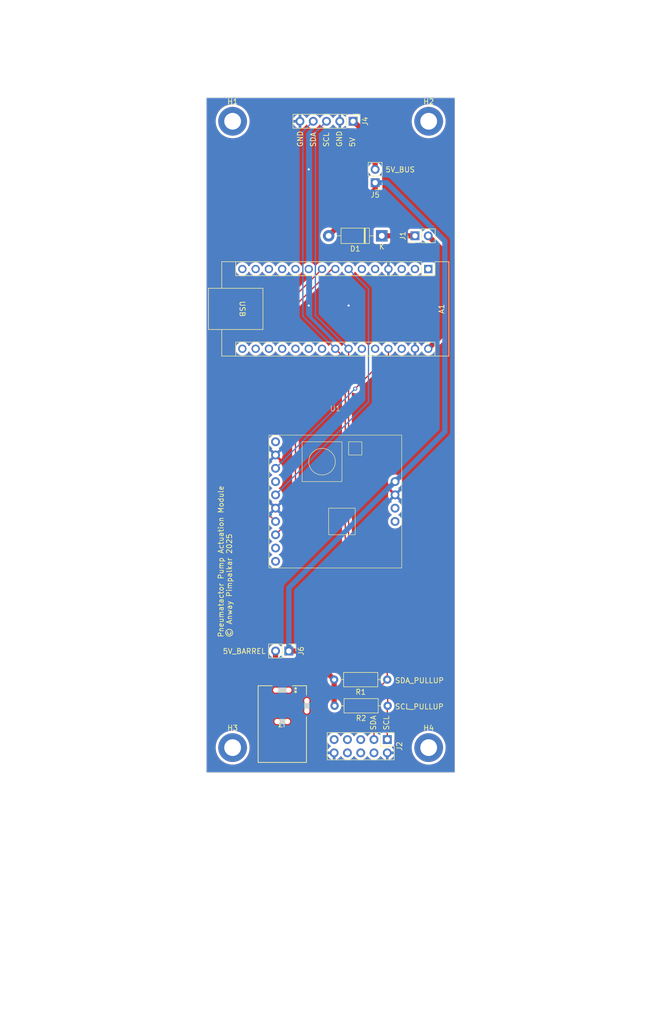
<source format=kicad_pcb>
(kicad_pcb (version 20221018) (generator pcbnew)
  (layers (0 "F.Cu" signal) (31 "B.Cu" signal) (34 "B.Paste" user) (35 "F.Paste" user) (36 "B.SilkS" user "B.Silkscreen") (37 "F.SilkS" user "F.Silkscreen") (38 "B.Mask" user) (39 "F.Mask" user) (44 "Edge.Cuts" user))
  (net 0 "")
  (net 4 "GND")
  (net 7 "EN")
  (net 8 "PWM1")
  (net 9 "PWM2")
  (net 23 "SDA")
  (net 24 "SCL")
  (net 27 "5V_NANO")
  (net 29 "Net-(A1-VIN)")
  (net 30 "Net-(D1-K)")
  (net 31 "5V")
  (net 45 "5V_BARREL")
  (net 46 "5V_BUS")
  (footprint "Diode_THT:D_DO-41_SOD81_P10.16mm_Horizontal" (layer "F.Cu") (at 66.04 57.15 180)
    (fp_text reference "D1" (at 5.08 -2.47) (layer "F.SilkS"))
    (fp_text value "1N4001")
    (fp_text user "K" (at 0 -2.1) (layer "F.SilkS"))
    (fp_line (start 1.34 0) (end 2.36 0) (stroke (width 0.12)) (layer "F.SilkS"))
    (fp_line (start 2.36 -1.47) (end 2.36 1.47) (stroke (width 0.12)) (layer "F.SilkS"))
    (fp_line (start 2.36 1.47) (end 7.8 1.47) (stroke (width 0.12)) (layer "F.SilkS"))
    (fp_line (start 3.14 -1.47) (end 3.14 1.47) (stroke (width 0.12)) (layer "F.SilkS"))
    (fp_line (start 3.26 -1.47) (end 3.26 1.47) (stroke (width 0.12)) (layer "F.SilkS"))
    (fp_line (start 3.38 -1.47) (end 3.38 1.47) (stroke (width 0.12)) (layer "F.SilkS"))
    (fp_line (start 7.8 -1.47) (end 2.36 -1.47) (stroke (width 0.12)) (layer "F.SilkS"))
    (fp_line (start 7.8 1.47) (end 7.8 -1.47) (stroke (width 0.12)) (layer "F.SilkS"))
    (fp_line (start 8.82 0) (end 7.8 0) (stroke (width 0.12)) (layer "F.SilkS"))
    (pad "1" thru_hole rect (at 0 0 180) (size 2.2 2.2) (drill 1.1) (layers "*.Cu" "*.Mask") (net 30 "Net-(D1-K)"))
    (pad "2" thru_hole oval (at 10.16 0 180) (size 2.2 2.2) (drill 1.1) (layers "*.Cu" "*.Mask") (net 31 "5V"))
  )
  (footprint "Pneumatactors:Pololu 2997 Motor Driver" (layer "F.Cu") (at 44.45 95.25)
    (fp_text reference "U1" (at 12.7 -5.08 unlocked) (layer "F.SilkS") (effects (font (thickness 0.1))))
    (fp_text value "~")
    (fp_rect (start 0 0) (end 25.4 25.4) (stroke (width 0.1)) (fill none) (layer "F.SilkS"))
    (fp_rect (start 6.35 1.27) (end 13.97 8.89) (stroke (width 0.1)) (fill none) (layer "F.SilkS"))
    (fp_rect (start 11.43 13.97) (end 16.51 19.05) (stroke (width 0.1)) (fill none) (layer "F.SilkS"))
    (fp_rect (start 15.24 1.27) (end 17.78 3.81) (stroke (width 0.1)) (fill none) (layer "F.SilkS"))
    (fp_circle (center 10.16 5.08) (end 12.7 5.08) (stroke (width 0.1)) (fill none) (layer "F.SilkS"))
    (pad "1" thru_hole circle (at 1.27 1.27) (size 1.7 1.7) (drill 1) (layers "*.Cu" "*.Mask"))
    (pad "2" thru_hole circle (at 1.27 3.81) (size 1.7 1.7) (drill 1) (layers "*.Cu" "*.Mask") (net 4 "GND"))
    (pad "3" thru_hole circle (at 1.27 6.35) (size 1.7 1.7) (drill 1) (layers "*.Cu" "*.Mask") (net 27 "5V_NANO"))
    (pad "4" thru_hole circle (at 1.27 8.89) (size 1.7 1.7) (drill 1) (layers "*.Cu" "*.Mask"))
    (pad "5" thru_hole circle (at 1.27 11.43) (size 1.7 1.7) (drill 1) (layers "*.Cu" "*.Mask") (net 7 "EN"))
    (pad "6" thru_hole circle (at 1.27 13.97) (size 1.7 1.7) (drill 1) (layers "*.Cu" "*.Mask") (net 4 "GND"))
    (pad "7" thru_hole circle (at 1.27 16.51) (size 1.7 1.7) (drill 1) (layers "*.Cu" "*.Mask") (net 9 "PWM2"))
    (pad "8" thru_hole circle (at 1.27 19.05) (size 1.7 1.7) (drill 1) (layers "*.Cu" "*.Mask") (net 8 "PWM1"))
    (pad "9" thru_hole circle (at 1.27 21.59) (size 1.7 1.7) (drill 1) (layers "*.Cu" "*.Mask"))
    (pad "10" thru_hole circle (at 1.27 24.13) (size 1.7 1.7) (drill 1) (layers "*.Cu" "*.Mask"))
    (pad "11" thru_hole circle (at 24.13 8.89) (size 1.7 1.7) (drill 1) (layers "*.Cu" "*.Mask") (net 31 "5V"))
    (pad "12" thru_hole circle (at 24.13 11.43) (size 1.7 1.7) (drill 1) (layers "*.Cu" "*.Mask") (net 4 "GND"))
    (pad "13" thru_hole circle (at 24.13 13.97) (size 1.7 1.7) (drill 1) (layers "*.Cu" "*.Mask"))
    (pad "14" thru_hole circle (at 24.13 16.51) (size 1.7 1.7) (drill 1) (layers "*.Cu" "*.Mask"))
  )
  (footprint "Pneumatactors:PJ-002A_CUD" (layer "F.Cu") (at 47.01 150.5 180)
    (fp_text reference "J3" (at 0 0 180 unlocked) (layer "F.SilkS"))
    (fp_text value "PJ-002A")
    (fp_text user "*" (at -2.54 6.4897 180 unlocked) (layer "F.SilkS"))
    (fp_text user "*" (at -2.54 6.4897) (layer "F.SilkS"))
    (fp_line (start -4.6228 -7.3279) (end -4.6228 1.409846) (stroke (width 0.1524)) (layer "F.SilkS"))
    (fp_line (start -4.6228 5.575154) (end -4.6228 7.3279) (stroke (width 0.1524)) (layer "F.SilkS"))
    (fp_line (start -4.6228 7.3279) (end -1.941574 7.3279) (stroke (width 0.1524)) (layer "F.SilkS"))
    (fp_line (start 1.941574 7.3279) (end 4.6228 7.3279) (stroke (width 0.1524)) (layer "F.SilkS"))
    (fp_line (start 4.6228 -7.3279) (end -4.6228 -7.3279) (stroke (width 0.1524)) (layer "F.SilkS"))
    (fp_line (start 4.6228 7.3279) (end 4.6228 -7.3279) (stroke (width 0.1524)) (layer "F.SilkS"))
    (fp_line (start -4.699 4.4958) (end -4.699 2.4892) (stroke (width 0.9906)) (layer "Edge.Cuts"))
    (fp_line (start -1.257311 6.4897) (end 1.257289 6.4897) (stroke (width 0.9906)) (layer "Edge.Cuts"))
    (fp_line (start -1.0033 0.4953) (end 1.0033 0.4953) (stroke (width 0.9906)) (layer "Edge.Cuts"))
    (pad "" np_thru_hole circle (at -4.699 2.4892 180) (size 0.9906 0.9906) (drill 0.9906) (layers "*.Cu" "*.Mask"))
    (pad "" np_thru_hole circle (at -4.699 4.4958 180) (size 0.9906 0.9906) (drill 0.9906) (layers "*.Cu" "*.Mask"))
    (pad "" np_thru_hole circle (at -1.257311 6.4897 180) (size 0.9906 0.9906) (drill 0.9906) (layers "*.Cu" "*.Mask"))
    (pad "" np_thru_hole circle (at -1.0033 0.4953 180) (size 0.9906 0.9906) (drill 0.9906) (layers "*.Cu" "*.Mask"))
    (pad "" np_thru_hole circle (at 1.0033 0.4953 180) (size 0.9906 0.9906) (drill 0.9906) (layers "*.Cu" "*.Mask"))
    (pad "" np_thru_hole circle (at 1.257289 6.4897 180) (size 0.9906 0.9906) (drill 0.9906) (layers "*.Cu" "*.Mask"))
    (pad "1" smd oval (at 0 6.4897 180) (size 4.0132 1.4986) (layers "F.Cu" "F.Paste" "F.Mask") (net 45 "5V_BARREL"))
    (pad "2" smd oval (at 0 0.4953 180) (size 3.5052 1.4986) (layers "F.Cu" "F.Paste" "F.Mask") (net 4 "GND"))
    (pad "3" smd oval (at -4.699 3.4925 180) (size 1.4986 3.5052) (layers "F.Cu" "F.Paste" "F.Mask"))
  )
  (footprint "MountingHole:MountingHole_3.2mm_M3_ISO14580_Pad" (layer "F.Cu") (at 75.01 35.25)
    (fp_text reference "H2" (at 0 -3.75) (layer "F.SilkS"))
    (fp_text value "MountingHole" hide)
    (pad "1" thru_hole circle (at 0 0) (size 5.5 5.5) (drill 3.2) (layers "*.Cu" "*.Mask"))
  )
  (footprint "Connector_PinHeader_2.54mm:PinHeader_2x05_P2.54mm_Vertical" (layer "F.Cu") (at 67.09 153.46 -90)
    (fp_text reference "J2" (at 1.27 -2.33 90) (layer "F.SilkS"))
    (fp_text value "Conn_02x05_Odd_Even")
    (fp_line (start -1.33 -1.33) (end 0 -1.33) (stroke (width 0.12)) (layer "F.SilkS"))
    (fp_line (start -1.33 0) (end -1.33 -1.33) (stroke (width 0.12)) (layer "F.SilkS"))
    (fp_line (start -1.33 1.27) (end -1.33 11.49) (stroke (width 0.12)) (layer "F.SilkS"))
    (fp_line (start -1.33 1.27) (end 1.27 1.27) (stroke (width 0.12)) (layer "F.SilkS"))
    (fp_line (start -1.33 11.49) (end 3.87 11.49) (stroke (width 0.12)) (layer "F.SilkS"))
    (fp_line (start 1.27 -1.33) (end 3.87 -1.33) (stroke (width 0.12)) (layer "F.SilkS"))
    (fp_line (start 1.27 1.27) (end 1.27 -1.33) (stroke (width 0.12)) (layer "F.SilkS"))
    (fp_line (start 3.87 -1.33) (end 3.87 11.49) (stroke (width 0.12)) (layer "F.SilkS"))
    (pad "1" thru_hole rect (at 0 0 270) (size 1.7 1.7) (drill 1) (layers "*.Cu" "*.Mask") (net 24 "SCL"))
    (pad "2" thru_hole oval (at 2.54 0 270) (size 1.7 1.7) (drill 1) (layers "*.Cu" "*.Mask") (net 4 "GND"))
    (pad "3" thru_hole oval (at 0 2.54 270) (size 1.7 1.7) (drill 1) (layers "*.Cu" "*.Mask") (net 23 "SDA"))
    (pad "4" thru_hole oval (at 2.54 2.54 270) (size 1.7 1.7) (drill 1) (layers "*.Cu" "*.Mask"))
    (pad "5" thru_hole oval (at 0 5.08 270) (size 1.7 1.7) (drill 1) (layers "*.Cu" "*.Mask"))
    (pad "6" thru_hole oval (at 2.54 5.08 270) (size 1.7 1.7) (drill 1) (layers "*.Cu" "*.Mask"))
    (pad "7" thru_hole oval (at 0 7.62 270) (size 1.7 1.7) (drill 1) (layers "*.Cu" "*.Mask"))
    (pad "8" thru_hole oval (at 2.54 7.62 270) (size 1.7 1.7) (drill 1) (layers "*.Cu" "*.Mask"))
    (pad "9" thru_hole oval (at 0 10.16 270) (size 1.7 1.7) (drill 1) (layers "*.Cu" "*.Mask"))
    (pad "10" thru_hole oval (at 2.54 10.16 270) (size 1.7 1.7) (drill 1) (layers "*.Cu" "*.Mask") (net 4 "GND"))
  )
  (footprint "Connector_PinHeader_2.54mm:PinHeader_1x05_P2.54mm_Vertical" (layer "F.Cu") (at 60.55 35.25 -90)
    (fp_text reference "J4" (at 0 -2.33 90) (layer "F.SilkS"))
    (fp_text value "Conn_01x05_Pin")
    (fp_line (start -1.33 -1.33) (end 0 -1.33) (stroke (width 0.12)) (layer "F.SilkS"))
    (fp_line (start -1.33 0) (end -1.33 -1.33) (stroke (width 0.12)) (layer "F.SilkS"))
    (fp_line (start -1.33 1.27) (end -1.33 11.49) (stroke (width 0.12)) (layer "F.SilkS"))
    (fp_line (start -1.33 1.27) (end 1.33 1.27) (stroke (width 0.12)) (layer "F.SilkS"))
    (fp_line (start -1.33 11.49) (end 1.33 11.49) (stroke (width 0.12)) (layer "F.SilkS"))
    (fp_line (start 1.33 1.27) (end 1.33 11.49) (stroke (width 0.12)) (layer "F.SilkS"))
    (pad "1" thru_hole rect (at 0 0 270) (size 1.7 1.7) (drill 1) (layers "*.Cu" "*.Mask") (net 46 "5V_BUS"))
    (pad "2" thru_hole oval (at 0 2.54 270) (size 1.7 1.7) (drill 1) (layers "*.Cu" "*.Mask") (net 4 "GND"))
    (pad "3" thru_hole oval (at 0 5.08 270) (size 1.7 1.7) (drill 1) (layers "*.Cu" "*.Mask") (net 24 "SCL"))
    (pad "4" thru_hole oval (at 0 7.62 270) (size 1.7 1.7) (drill 1) (layers "*.Cu" "*.Mask") (net 23 "SDA"))
    (pad "5" thru_hole oval (at 0 10.16 270) (size 1.7 1.7) (drill 1) (layers "*.Cu" "*.Mask") (net 4 "GND"))
  )
  (footprint "Connector_PinHeader_2.54mm:PinHeader_1x02_P2.54mm_Vertical" (layer "F.Cu") (at 72.39 57.15 90)
    (fp_text reference "J1" (at 0 -2.33 90) (layer "F.SilkS"))
    (fp_text value "Conn_01x02_Pin")
    (fp_line (start -1.33 -1.33) (end 0 -1.33) (stroke (width 0.12)) (layer "F.SilkS"))
    (fp_line (start -1.33 0) (end -1.33 -1.33) (stroke (width 0.12)) (layer "F.SilkS"))
    (fp_line (start -1.33 1.27) (end -1.33 3.87) (stroke (width 0.12)) (layer "F.SilkS"))
    (fp_line (start -1.33 1.27) (end 1.33 1.27) (stroke (width 0.12)) (layer "F.SilkS"))
    (fp_line (start -1.33 3.87) (end 1.33 3.87) (stroke (width 0.12)) (layer "F.SilkS"))
    (fp_line (start 1.33 1.27) (end 1.33 3.87) (stroke (width 0.12)) (layer "F.SilkS"))
    (pad "1" thru_hole rect (at 0 0 90) (size 1.7 1.7) (drill 1) (layers "*.Cu" "*.Mask") (net 30 "Net-(D1-K)"))
    (pad "2" thru_hole oval (at 0 2.54 90) (size 1.7 1.7) (drill 1) (layers "*.Cu" "*.Mask") (net 29 "Net-(A1-VIN)"))
  )
  (footprint "MountingHole:MountingHole_3.2mm_M3_ISO14580_Pad" (layer "F.Cu") (at 37.51 35.25)
    (fp_text reference "H1" (at 0 -3.75) (layer "F.SilkS"))
    (fp_text value "MountingHole")
    (pad "1" thru_hole circle (at 0 0) (size 5.5 5.5) (drill 3.2) (layers "*.Cu" "*.Mask"))
  )
  (footprint "Resistor_THT:R_Axial_DIN0207_L6.3mm_D2.5mm_P10.16mm_Horizontal" (layer "F.Cu") (at 67.09 142 180)
    (fp_text reference "R1" (at 5.08 -2.37) (layer "F.SilkS"))
    (fp_text value "R")
    (fp_line (start 1.04 0) (end 1.81 0) (stroke (width 0.12)) (layer "F.SilkS"))
    (fp_line (start 1.81 -1.37) (end 1.81 1.37) (stroke (width 0.12)) (layer "F.SilkS"))
    (fp_line (start 1.81 1.37) (end 8.35 1.37) (stroke (width 0.12)) (layer "F.SilkS"))
    (fp_line (start 8.35 -1.37) (end 1.81 -1.37) (stroke (width 0.12)) (layer "F.SilkS"))
    (fp_line (start 8.35 1.37) (end 8.35 -1.37) (stroke (width 0.12)) (layer "F.SilkS"))
    (fp_line (start 9.12 0) (end 8.35 0) (stroke (width 0.12)) (layer "F.SilkS"))
    (pad "1" thru_hole circle (at 0 0 180) (size 1.6 1.6) (drill 0.8) (layers "*.Cu" "*.Mask") (net 23 "SDA"))
    (pad "2" thru_hole oval (at 10.16 0 180) (size 1.6 1.6) (drill 0.8) (layers "*.Cu" "*.Mask") (net 31 "5V"))
  )
  (footprint "MountingHole:MountingHole_3.2mm_M3_ISO14580_Pad" (layer "F.Cu") (at 37.51 155)
    (fp_text reference "H3" (at 0 -3.75) (layer "F.SilkS"))
    (fp_text value "MountingHole")
    (pad "1" thru_hole circle (at 0 0) (size 5.5 5.5) (drill 3.2) (layers "*.Cu" "*.Mask"))
  )
  (footprint "Resistor_THT:R_Axial_DIN0207_L6.3mm_D2.5mm_P10.16mm_Horizontal" (layer "F.Cu") (at 67.17 147 180)
    (fp_text reference "R2" (at 5.08 -2.37) (layer "F.SilkS"))
    (fp_text value "R")
    (fp_line (start 1.04 0) (end 1.81 0) (stroke (width 0.12)) (layer "F.SilkS"))
    (fp_line (start 1.81 -1.37) (end 1.81 1.37) (stroke (width 0.12)) (layer "F.SilkS"))
    (fp_line (start 1.81 1.37) (end 8.35 1.37) (stroke (width 0.12)) (layer "F.SilkS"))
    (fp_line (start 8.35 -1.37) (end 1.81 -1.37) (stroke (width 0.12)) (layer "F.SilkS"))
    (fp_line (start 8.35 1.37) (end 8.35 -1.37) (stroke (width 0.12)) (layer "F.SilkS"))
    (fp_line (start 9.12 0) (end 8.35 0) (stroke (width 0.12)) (layer "F.SilkS"))
    (pad "1" thru_hole circle (at 0 0 180) (size 1.6 1.6) (drill 0.8) (layers "*.Cu" "*.Mask") (net 24 "SCL"))
    (pad "2" thru_hole oval (at 10.16 0 180) (size 1.6 1.6) (drill 0.8) (layers "*.Cu" "*.Mask") (net 31 "5V"))
  )
  (footprint "MountingHole:MountingHole_3.2mm_M3_ISO14580_Pad" (layer "F.Cu") (at 75.01 155)
    (fp_text reference "H4" (at 0 -3.75) (layer "F.SilkS"))
    (fp_text value "MountingHole")
    (pad "1" thru_hole circle (at 0 0) (size 5.5 5.5) (drill 3.2) (layers "*.Cu" "*.Mask"))
  )
  (footprint "Connector_PinHeader_2.54mm:PinHeader_1x02_P2.54mm_Vertical" (layer "F.Cu") (at 64.77 46.99 180)
    (fp_text reference "J5" (at 0 -2.33) (layer "F.SilkS"))
    (fp_text value "Conn_01x02_Pin")
    (fp_line (start -1.33 -1.33) (end 0 -1.33) (stroke (width 0.12)) (layer "F.SilkS"))
    (fp_line (start -1.33 0) (end -1.33 -1.33) (stroke (width 0.12)) (layer "F.SilkS"))
    (fp_line (start -1.33 1.27) (end -1.33 3.87) (stroke (width 0.12)) (layer "F.SilkS"))
    (fp_line (start -1.33 1.27) (end 1.33 1.27) (stroke (width 0.12)) (layer "F.SilkS"))
    (fp_line (start -1.33 3.87) (end 1.33 3.87) (stroke (width 0.12)) (layer "F.SilkS"))
    (fp_line (start 1.33 1.27) (end 1.33 3.87) (stroke (width 0.12)) (layer "F.SilkS"))
    (pad "1" thru_hole rect (at 0 0 180) (size 1.7 1.7) (drill 1) (layers "*.Cu" "*.Mask") (net 31 "5V"))
    (pad "2" thru_hole oval (at 0 2.54 180) (size 1.7 1.7) (drill 1) (layers "*.Cu" "*.Mask") (net 46 "5V_BUS"))
  )
  (footprint "Module:Arduino_Nano" (layer "F.Cu") (at 74.93 63.5 -90)
    (fp_text reference "A1" (at 7.62 -2.54 90) (layer "F.SilkS"))
    (fp_text value "Arduino_Nano_Every")
    (fp_text user "USB" (at 7.62 35.56 -90 unlocked) (layer "F.SilkS"))
    (fp_line (start -1.4 -3.94) (end -1.4 -1.27) (stroke (width 0.12)) (layer "F.SilkS"))
    (fp_line (start -1.4 1.27) (end -1.4 39.5) (stroke (width 0.12)) (layer "F.SilkS"))
    (fp_line (start -1.4 39.5) (end 3.68 39.5) (stroke (width 0.12)) (layer "F.SilkS"))
    (fp_line (start 1.27 -1.27) (end -1.4 -1.27) (stroke (width 0.12)) (layer "F.SilkS"))
    (fp_line (start 1.27 1.27) (end -1.4 1.27) (stroke (width 0.12)) (layer "F.SilkS"))
    (fp_line (start 1.27 1.27) (end 1.27 -1.27) (stroke (width 0.12)) (layer "F.SilkS"))
    (fp_line (start 1.27 1.27) (end 1.27 36.83) (stroke (width 0.12)) (layer "F.SilkS"))
    (fp_line (start 1.27 36.83) (end -1.4 36.83) (stroke (width 0.12)) (layer "F.SilkS"))
    (fp_line (start 3.68 31.62) (end 11.56 31.62) (stroke (width 0.12)) (layer "F.SilkS"))
    (fp_line (start 3.68 42.04) (end 3.68 31.62) (stroke (width 0.12)) (layer "F.SilkS"))
    (fp_line (start 11.56 31.62) (end 11.56 42.04) (stroke (width 0.12)) (layer "F.SilkS"))
    (fp_line (start 11.56 42.04) (end 3.68 42.04) (stroke (width 0.12)) (layer "F.SilkS"))
    (fp_line (start 13.97 -1.27) (end 13.97 36.83) (stroke (width 0.12)) (layer "F.SilkS"))
    (fp_line (start 13.97 -1.27) (end 16.64 -1.27) (stroke (width 0.12)) (layer "F.SilkS"))
    (fp_line (start 13.97 36.83) (end 16.64 36.83) (stroke (width 0.12)) (layer "F.SilkS"))
    (fp_line (start 16.64 -3.94) (end -1.4 -3.94) (stroke (width 0.12)) (layer "F.SilkS"))
    (fp_line (start 16.64 39.5) (end 11.56 39.5) (stroke (width 0.12)) (layer "F.SilkS"))
    (fp_line (start 16.64 39.5) (end 16.64 -3.94) (stroke (width 0.12)) (layer "F.SilkS"))
    (pad "1" thru_hole rect (at 0 0 270) (size 1.6 1.6) (drill 1) (layers "*.Cu" "*.Mask"))
    (pad "2" thru_hole oval (at 0 2.54 270) (size 1.6 1.6) (drill 1) (layers "*.Cu" "*.Mask"))
    (pad "3" thru_hole oval (at 0 5.08 270) (size 1.6 1.6) (drill 1) (layers "*.Cu" "*.Mask"))
    (pad "4" thru_hole oval (at 0 7.62 270) (size 1.6 1.6) (drill 1) (layers "*.Cu" "*.Mask") (net 4 "GND"))
    (pad "5" thru_hole oval (at 0 10.16 270) (size 1.6 1.6) (drill 1) (layers "*.Cu" "*.Mask"))
    (pad "6" thru_hole oval (at 0 12.7 270) (size 1.6 1.6) (drill 1) (layers "*.Cu" "*.Mask"))
    (pad "7" thru_hole oval (at 0 15.24 270) (size 1.6 1.6) (drill 1) (layers "*.Cu" "*.Mask") (net 7 "EN"))
    (pad "8" thru_hole oval (at 0 17.78 270) (size 1.6 1.6) (drill 1) (layers "*.Cu" "*.Mask") (net 8 "PWM1"))
    (pad "9" thru_hole oval (at 0 20.32 270) (size 1.6 1.6) (drill 1) (layers "*.Cu" "*.Mask") (net 9 "PWM2"))
    (pad "10" thru_hole oval (at 0 22.86 270) (size 1.6 1.6) (drill 1) (layers "*.Cu" "*.Mask"))
    (pad "11" thru_hole oval (at 0 25.4 270) (size 1.6 1.6) (drill 1) (layers "*.Cu" "*.Mask"))
    (pad "12" thru_hole oval (at 0 27.94 270) (size 1.6 1.6) (drill 1) (layers "*.Cu" "*.Mask"))
    (pad "13" thru_hole oval (at 0 30.48 270) (size 1.6 1.6) (drill 1) (layers "*.Cu" "*.Mask"))
    (pad "14" thru_hole oval (at 0 33.02 270) (size 1.6 1.6) (drill 1) (layers "*.Cu" "*.Mask"))
    (pad "15" thru_hole oval (at 0 35.56 270) (size 1.6 1.6) (drill 1) (layers "*.Cu" "*.Mask"))
    (pad "16" thru_hole oval (at 15.24 35.56 270) (size 1.6 1.6) (drill 1) (layers "*.Cu" "*.Mask"))
    (pad "17" thru_hole oval (at 15.24 33.02 270) (size 1.6 1.6) (drill 1) (layers "*.Cu" "*.Mask"))
    (pad "18" thru_hole oval (at 15.24 30.48 270) (size 1.6 1.6) (drill 1) (layers "*.Cu" "*.Mask"))
    (pad "19" thru_hole oval (at 15.24 27.94 270) (size 1.6 1.6) (drill 1) (layers "*.Cu" "*.Mask"))
    (pad "20" thru_hole oval (at 15.24 25.4 270) (size 1.6 1.6) (drill 1) (layers "*.Cu" "*.Mask"))
    (pad "21" thru_hole oval (at 15.24 22.86 270) (size 1.6 1.6) (drill 1) (layers "*.Cu" "*.Mask"))
    (pad "22" thru_hole oval (at 15.24 20.32 270) (size 1.6 1.6) (drill 1) (layers "*.Cu" "*.Mask"))
    (pad "23" thru_hole oval (at 15.24 17.78 270) (size 1.6 1.6) (drill 1) (layers "*.Cu" "*.Mask") (net 23 "SDA"))
    (pad "24" thru_hole oval (at 15.24 15.24 270) (size 1.6 1.6) (drill 1) (layers "*.Cu" "*.Mask") (net 24 "SCL"))
    (pad "25" thru_hole oval (at 15.24 12.7 270) (size 1.6 1.6) (drill 1) (layers "*.Cu" "*.Mask"))
    (pad "26" thru_hole oval (at 15.24 10.16 270) (size 1.6 1.6) (drill 1) (layers "*.Cu" "*.Mask"))
    (pad "27" thru_hole oval (at 15.24 7.62 270) (size 1.6 1.6) (drill 1) (layers "*.Cu" "*.Mask") (net 27 "5V_NANO"))
    (pad "28" thru_hole oval (at 15.24 5.08 270) (size 1.6 1.6) (drill 1) (layers "*.Cu" "*.Mask"))
    (pad "29" thru_hole oval (at 15.24 2.54 270) (size 1.6 1.6) (drill 1) (layers "*.Cu" "*.Mask") (net 4 "GND"))
    (pad "30" thru_hole oval (at 15.24 0 270) (size 1.6 1.6) (drill 1) (layers "*.Cu" "*.Mask") (net 29 "Net-(A1-VIN)"))
  )
  (footprint "Connector_PinHeader_2.54mm:PinHeader_1x02_P2.54mm_Vertical" (layer "F.Cu") (at 48.265 136.525 -90)
    (fp_text reference "J6" (at 0 -2.33 90) (layer "F.SilkS"))
    (fp_text value "Conn_01x02_Pin")
    (fp_line (start -1.33 -1.33) (end 0 -1.33) (stroke (width 0.12)) (layer "F.SilkS"))
    (fp_line (start -1.33 0) (end -1.33 -1.33) (stroke (width 0.12)) (layer "F.SilkS"))
    (fp_line (start -1.33 1.27) (end -1.33 3.87) (stroke (width 0.12)) (layer "F.SilkS"))
    (fp_line (start -1.33 1.27) (end 1.33 1.27) (stroke (width 0.12)) (layer "F.SilkS"))
    (fp_line (start -1.33 3.87) (end 1.33 3.87) (stroke (width 0.12)) (layer "F.SilkS"))
    (fp_line (start 1.33 1.27) (end 1.33 3.87) (stroke (width 0.12)) (layer "F.SilkS"))
    (pad "1" thru_hole rect (at 0 0 270) (size 1.7 1.7) (drill 1) (layers "*.Cu" "*.Mask") (net 31 "5V"))
    (pad "2" thru_hole oval (at 0 2.54 270) (size 1.7 1.7) (drill 1) (layers "*.Cu" "*.Mask") (net 45 "5V_BARREL"))
  )
  (gr_rect (start 32.51 30.75) (end 80.01 159.75) (stroke (width 0.1)) (fill none) (layer "Edge.Cuts"))
  (gr_text "SDA" (at 65.01 151.75 90) (layer "F.SilkS") (effects (font (size 1 1)) (justify left bottom)))
  (gr_text "GND" (at 58.51 40.25 90) (layer "F.SilkS") (effects (font (size 1 1)) (justify left bottom)))
  (gr_text "Pneumatactor Pump Actuation Module\n© Anway Pimpalkar 2025" (at 37.465 133.985 90) (layer "F.SilkS") (effects (font (size 1 1)) (justify left bottom)))
  (gr_text "5V_BUS" (at 66.675 45.085) (layer "F.SilkS") (effects (font (size 1 1)) (justify left bottom)))
  (gr_text "SCL" (at 67.51 151.75 90) (layer "F.SilkS") (effects (font (size 1 1)) (justify left bottom)))
  (gr_text "5V_BARREL" (at 35.56 137.16) (layer "F.SilkS") (effects (font (size 1 1)) (justify left bottom)))
  (gr_text "SDA_PULLUP" (at 68.51 142.75) (layer "F.SilkS") (effects (font (size 1 1)) (justify left bottom)))
  (gr_text "GND" (at 51.01 40.25 90) (layer "F.SilkS") (effects (font (size 1 1)) (justify left bottom)))
  (gr_text "SCL" (at 56.01 40.25 90) (layer "F.SilkS") (effects (font (size 1 1)) (justify left bottom)))
  (gr_text "SDA" (at 53.51 40.25 90) (layer "F.SilkS") (effects (font (size 1 1)) (justify left bottom)))
  (gr_text "SCL_PULLUP" (at 68.51 147.75) (layer "F.SilkS") (effects (font (size 1 1)) (justify left bottom)))
  (gr_text "5V" (at 61.01 40.25 90) (layer "F.SilkS") (effects (font (size 1 1)) (justify left bottom)))
  (via (at 52.07 44.45) (size 0.8) (drill 0.4) (layers "F.Cu" "B.Cu") (net 4))
  (via (at 52.07 70.485) (size 0.8) (drill 0.4) (layers "F.Cu" "B.Cu") (net 4))
  (via (at 59.69 70.485) (size 0.8) (drill 0.4) (layers "F.Cu" "B.Cu") (net 4))
  (segment (start 63.5 67.31) (end 63.5 88.9) (width 0.25) (layer "B.Cu") (net 7))
  (segment (start 63.5 88.9) (end 45.72 106.68) (width 0.25) (layer "B.Cu") (net 7))
  (segment (start 59.69 63.5) (end 63.5 67.31) (width 0.25) (layer "B.Cu") (net 7))
  (segment (start 56.515 63.5) (end 46.99 73.025) (width 0.25) (layer "F.Cu") (net 8))
  (segment (start 57.15 63.5) (end 56.515 63.5) (width 0.25) (layer "F.Cu") (net 8))
  (segment (start 49.53 94.615) (end 49.53 110.49) (width 0.25) (layer "F.Cu") (net 8))
  (segment (start 49.53 110.49) (end 45.72 114.3) (width 0.25) (layer "F.Cu") (net 8))
  (segment (start 35.56 80.645) (end 49.53 94.615) (width 0.25) (layer "F.Cu") (net 8))
  (segment (start 38.735 73.025) (end 35.56 76.2) (width 0.25) (layer "F.Cu") (net 8))
  (segment (start 46.99 73.025) (end 38.735 73.025) (width 0.25) (layer "F.Cu") (net 8))
  (segment (start 35.56 76.2) (end 35.56 80.645) (width 0.25) (layer "F.Cu") (net 8))
  (segment (start 41.91 87.631396) (end 41.91 107.95) (width 0.25) (layer "F.Cu") (net 9))
  (segment (start 41.91 107.95) (end 45.72 111.76) (width 0.25) (layer "F.Cu") (net 9))
  (segment (start 35.11 80.831396) (end 41.91 87.631396) (width 0.25) (layer "F.Cu") (net 9))
  (segment (start 35.11 76.013604) (end 35.11 80.831396) (width 0.25) (layer "F.Cu") (net 9))
  (segment (start 54.61 63.5) (end 45.535 72.575) (width 0.25) (layer "F.Cu") (net 9))
  (segment (start 45.535 72.575) (end 38.548604 72.575) (width 0.25) (layer "F.Cu") (net 9))
  (segment (start 38.548604 72.575) (end 35.11 76.013604) (width 0.25) (layer "F.Cu") (net 9))
  (segment (start 67.09 142) (end 64.55 144.54) (width 0.25) (layer "F.Cu") (net 23))
  (segment (start 67.09 140.75) (end 67.09 142) (width 0.25) (layer "F.Cu") (net 23))
  (segment (start 64.55 144.54) (end 64.55 153.46) (width 0.25) (layer "F.Cu") (net 23))
  (segment (start 59.055 80.645) (end 59.055 132.715) (width 0.25) (layer "F.Cu") (net 23))
  (segment (start 57.15 78.74) (end 59.055 80.645) (width 0.25) (layer "F.Cu") (net 23))
  (segment (start 59.055 132.715) (end 67.09 140.75) (width 0.25) (layer "F.Cu") (net 23))
  (segment (start 50.945 37.235) (end 50.945 72.535) (width 0.25) (layer "B.Cu") (net 23))
  (segment (start 52.93 35.25) (end 50.945 37.235) (width 0.25) (layer "B.Cu") (net 23))
  (segment (start 50.945 72.535) (end 57.15 78.74) (width 0.25) (layer "B.Cu") (net 23))
  (segment (start 67.09 153.46) (end 67.09 147.08) (width 0.25) (layer "F.Cu") (net 24))
  (segment (start 68.58 142.875) (end 68.58 140.97) (width 0.25) (layer "F.Cu") (net 24))
  (segment (start 68.58 140.97) (end 59.69 132.08) (width 0.25) (layer "F.Cu") (net 24))
  (segment (start 67.09 147.08) (end 67.17 147) (width 0.25) (layer "F.Cu") (net 24))
  (segment (start 67.17 147) (end 67.17 144.285) (width 0.25) (layer "F.Cu") (net 24))
  (segment (start 67.17 144.285) (end 68.58 142.875) (width 0.25) (layer "F.Cu") (net 24))
  (segment (start 59.69 132.08) (end 59.69 78.74) (width 0.25) (layer "F.Cu") (net 24))
  (segment (start 55.47 35.25) (end 53.34 37.38) (width 0.25) (layer "B.Cu") (net 24))
  (segment (start 54.745 35.975) (end 55.47 35.25) (width 0.25) (layer "B.Cu") (net 24))
  (segment (start 53.34 72.39) (end 59.69 78.74) (width 0.25) (layer "B.Cu") (net 24))
  (segment (start 53.34 37.38) (end 53.34 72.39) (width 0.25) (layer "B.Cu") (net 24))
  (segment (start 67.31 78.74) (end 67.31 80.01) (width 0.25) (layer "F.Cu") (net 27))
  (segment (start 67.31 80.01) (end 60.96 86.36) (width 0.25) (layer "F.Cu") (net 27))
  (via (at 60.96 86.36) (size 0.8) (drill 0.4) (layers "F.Cu" "B.Cu") (net 27))
  (segment (start 60.96 86.36) (end 45.72 101.6) (width 0.25) (layer "B.Cu") (net 27))
  (segment (start 77.47 59.69) (end 77.47 76.2) (width 1) (layer "F.Cu") (net 29))
  (segment (start 74.93 57.15) (end 77.47 59.69) (width 1) (layer "F.Cu") (net 29))
  (segment (start 77.47 76.2) (end 74.93 78.74) (width 1) (layer "F.Cu") (net 29))
  (segment (start 66.04 57.15) (end 72.39 57.15) (width 1) (layer "F.Cu") (net 30))
  (segment (start 64.77 48.26) (end 55.88 57.15) (width 1) (layer "F.Cu") (net 31))
  (segment (start 48.265 136.525) (end 51.455 136.525) (width 1) (layer "F.Cu") (net 31))
  (segment (start 56.93 146.92) (end 57.01 147) (width 1) (layer "F.Cu") (net 31))
  (segment (start 64.77 46.99) (end 64.77 48.26) (width 1) (layer "F.Cu") (net 31))
  (segment (start 56.93 142) (end 56.93 146.92) (width 1) (layer "F.Cu") (net 31))
  (segment (start 51.455 136.525) (end 56.93 142) (width 1) (layer "F.Cu") (net 31))
  (segment (start 66.962032 46.99) (end 64.77 46.99) (width 1) (layer "B.Cu") (net 31))
  (segment (start 48.265 136.525) (end 48.265 124.455) (width 1) (layer "B.Cu") (net 31))
  (segment (start 48.265 124.455) (end 68.58 104.14) (width 1) (layer "B.Cu") (net 31))
  (segment (start 78.105 94.615) (end 78.105 58.132968) (width 1) (layer "B.Cu") (net 31))
  (segment (start 68.58 104.14) (end 78.105 94.615) (width 1) (layer "B.Cu") (net 31))
  (segment (start 78.105 58.132968) (end 66.962032 46.99) (width 1) (layer "B.Cu") (net 31))
  (segment (start 45.725 136.525) (end 45.72 136.53) (width 1) (layer "F.Cu") (net 45))
  (segment (start 45.72 140.335) (end 47.01 141.625) (width 1) (layer "F.Cu") (net 45))
  (segment (start 47.01 141.625) (end 47.01 143.5103) (width 1) (layer "F.Cu") (net 45))
  (segment (start 45.72 136.53) (end 45.72 140.335) (width 1) (layer "F.Cu") (net 45))
  (segment (start 60.65 35.25) (end 64.77 39.37) (width 1) (layer "F.Cu") (net 46))
  (segment (start 61.01 35.71) (end 60.55 35.25) (width 1) (layer "F.Cu") (net 46))
  (segment (start 64.77 39.37) (end 64.77 44.45) (width 1) (layer "F.Cu") (net 46))
  (segment (start 60.55 35.25) (end 60.65 35.25) (width 1) (layer "F.Cu") (net 46))
  (zone (net 4) (net_name "GND") (layer "F.Cu") (connect_pads (clearance 0.5)) (min_thickness 0.25) (fill yes (thermal_gap 0.5) (thermal_bridge_width 0.5))
    (polygon (pts (xy 15.875 14.605) (xy 107.95 14.605) (xy 106.68 193.675) (xy 12.065 186.055)))
  )
  (zone (net 4) (net_name "GND") (layer "B.Cu") (priority 1) (connect_pads (clearance 0.5)) (min_thickness 0.25) (fill yes (thermal_gap 0.5) (thermal_bridge_width 0.5))
    (polygon (pts (xy 114.935 12.065) (xy -6.985 15.875) (xy 5.08 200.66) (xy 118.11 207.645)))
  )
)
</source>
